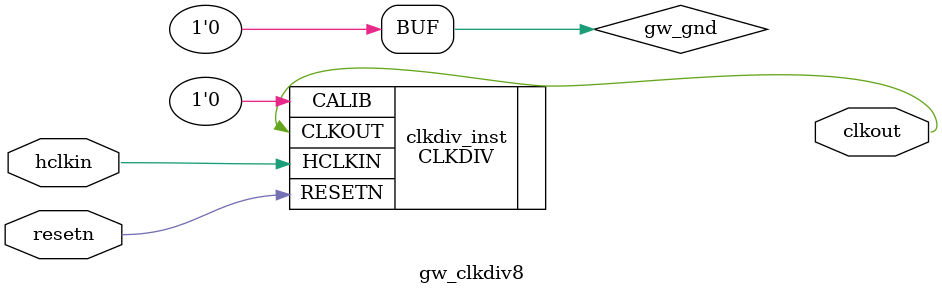
<source format=v>

module gw_clkdiv8 (clkout, hclkin, resetn);

output clkout;
input hclkin;
input resetn;

wire gw_gnd;

assign gw_gnd = 1'b0;

CLKDIV clkdiv_inst (
    .CLKOUT(clkout),
    .HCLKIN(hclkin),
    .RESETN(resetn),
    .CALIB(gw_gnd)
);

defparam clkdiv_inst.DIV_MODE = "8";
defparam clkdiv_inst.GSREN = "false";

endmodule //gw_clkdiv8

</source>
